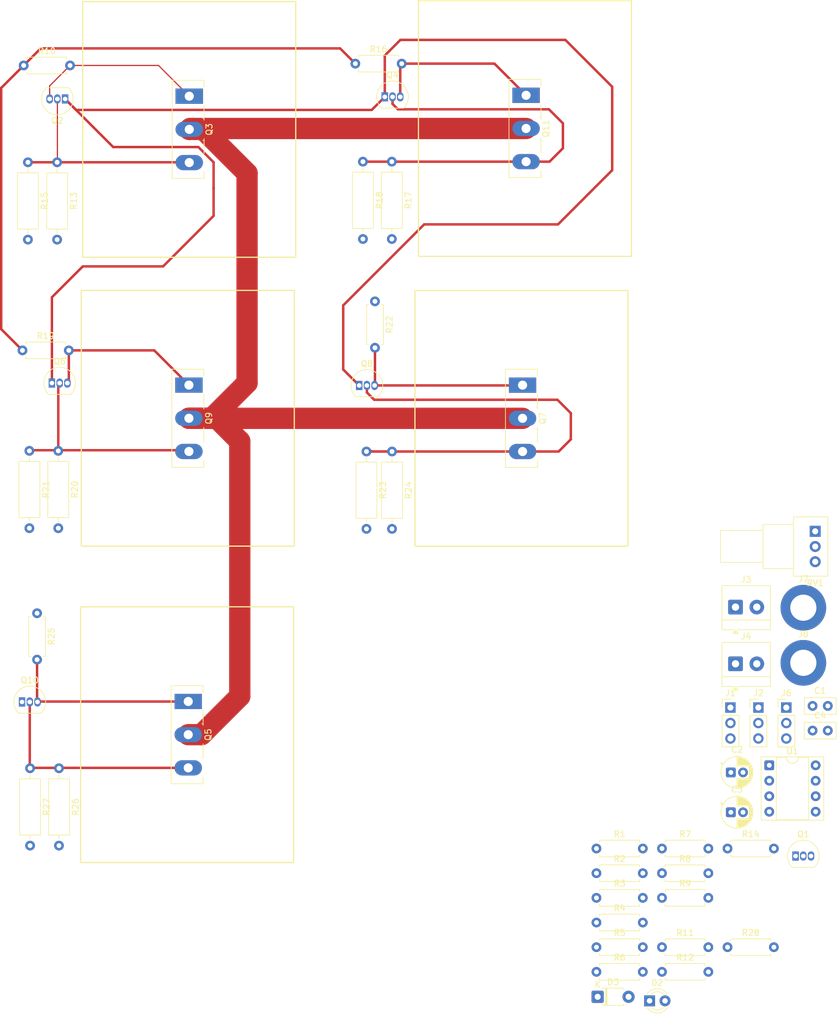
<source format=kicad_pcb>
(kicad_pcb (version 20241229) (generator "pcbnew") (generator_version "9.0")
  (layers (0 "F.Cu" signal) (2 "B.Cu" signal) (13 "F.Paste" user) (15 "B.Paste" user) (5 "F.SilkS" user "F.Silkscreen") (7 "B.SilkS" user "B.Silkscreen") (1 "F.Mask" user) (3 "B.Mask" user) (25 "Edge.Cuts" user))
  (net 0 "")
  (net 1 "/B")
  (net 2 "Net-(U1A--)")
  (net 3 "VCC")
  (net 4 "GND")
  (net 5 "Net-(D2-A)")
  (net 6 "Net-(D3-K)")
  (net 7 "Net-(J1-Pin_1)")
  (net 8 "Net-(J1-Pin_3)")
  (net 9 "Net-(J2-Pin_2)")
  (net 10 "Net-(J2-Pin_1)")
  (net 11 "Net-(J2-Pin_3)")
  (net 12 "SRC+")
  (net 13 "SRC-")
  (net 14 "Net-(Q5-B)")
  (net 15 "Net-(J6-Pin_3)")
  (net 16 "Net-(J6-Pin_2)")
  (net 17 "Net-(J6-Pin_1)")
  (net 18 "/E")
  (net 19 "Net-(Q1-Pad3)")
  (net 20 "Net-(Q3-E)")
  (net 21 "Net-(Q3-B)")
  (net 22 "Net-(Q11-B)")
  (net 23 "Net-(Q11-E)")
  (net 24 "Net-(Q9-E)")
  (net 25 "Net-(Q9-B)")
  (net 26 "Net-(Q7-E)")
  (net 27 "Net-(Q7-B)")
  (net 28 "Net-(R4-Pad2)")
  (net 29 "Net-(R5-Pad2)")
  (net 30 "Net-(R28-Pad1)")
  (net 34 "Net-(Q5-E)")
  (footprint "Resistor_THT:R_Axial_DIN0309_L9.0mm_D3.2mm_P12.70mm_Horizontal" (layer "F.Cu") (at 77.31825 90.7 -90)
    (property "Reference" "R23" (at 6.35 -2.72 90) (layer "F.SilkS"))
    (property "Value" "0.5")
    (pad "1" thru_hole circle (at 0 0 270) (size 1.6 1.6) (drill 0.8) (layers "*.Cu" "*.Mask") (net 26 "Net-(Q7-E)"))
    (pad "2" thru_hole circle (at 12.7 0 270) (size 1.6 1.6) (drill 0.8) (layers "*.Cu" "*.Mask") (net 18 "/E"))
  )
  (footprint "Resistor_THT:R_Axial_DIN0207_L6.3mm_D2.5mm_P7.62mm_Horizontal" (layer "F.Cu") (at 125.880225 155.9)
    (property "Reference" "R7" (at 3.81 -2.37 0) (layer "F.SilkS"))
    (property "Value" "220")
    (pad "1" thru_hole circle (at 0 0) (size 1.6 1.6) (drill 0.8) (layers "*.Cu" "*.Mask") (net 29 "Net-(R5-Pad2)"))
    (pad "2" thru_hole circle (at 7.62 0) (size 1.6 1.6) (drill 0.8) (layers "*.Cu" "*.Mask") (net 10 "Net-(J2-Pin_1)"))
  )
  (footprint "TerminalBlock_4Ucon:TerminalBlock_4Ucon_1x02_P3.50mm_Horizontal" (layer "F.Cu") (at 137.960225 125.565)
    (property "Reference" "J4" (at 1.75 -4.52 0) (layer "F.SilkS"))
    (property "Value" "Screw_Terminal_01x02")
    (pad "1" thru_hole roundrect (at 0 0) (size 2.4 2.4) (drill 1.2) (layers "*.Cu" "*.Mask") (roundrect_rratio 0.104167) (net 12 "SRC+"))
    (pad "2" thru_hole circle (at 3.5 0) (size 2.4 2.4) (drill 1.2) (layers "*.Cu" "*.Mask") (net 13 "SRC-"))
  )
  (footprint "Resistor_THT:R_Axial_DIN0309_L9.0mm_D3.2mm_P12.70mm_Horizontal" (layer "F.Cu") (at 21.688043 43.2 -90)
    (property "Reference" "R15" (at 6.35 -2.72 90) (layer "F.SilkS"))
    (property "Value" "0.5")
    (pad "1" thru_hole circle (at 0 0 270) (size 1.6 1.6) (drill 0.8) (layers "*.Cu" "*.Mask") (net 20 "Net-(Q3-E)"))
    (pad "2" thru_hole circle (at 12.7 0 270) (size 1.6 1.6) (drill 0.8) (layers "*.Cu" "*.Mask") (net 18 "/E"))
  )
  (footprint "Resistor_THT:R_Axial_DIN0207_L6.3mm_D2.5mm_P7.62mm_Horizontal" (layer "F.Cu") (at 125.880225 159.95)
    (property "Reference" "R8" (at 3.81 -2.37 0) (layer "F.SilkS"))
    (property "Value" "2.2k")
    (pad "1" thru_hole circle (at 0 0) (size 1.6 1.6) (drill 0.8) (layers "*.Cu" "*.Mask") (net 2 "Net-(U1A--)"))
    (pad "2" thru_hole circle (at 7.62 0) (size 1.6 1.6) (drill 0.8) (layers "*.Cu" "*.Mask") (net 18 "/E"))
  )
  (footprint "Package_TO_SOT_THT:TO-92_Inline" (layer "F.Cu") (at 76.11825 79.85)
    (property "Reference" "Q8" (at 1.27 -3.56 0) (layer "F.SilkS"))
    (property "Value" "2N2222A")
    (pad "1" thru_hole rect (at 0 0) (size 1.05 1.5) (drill 0.75) (layers "*.Cu" "*.Mask") (net 19 "Net-(Q1-Pad3)"))
    (pad "2" thru_hole oval (at 1.27 0) (size 1.05 1.5) (drill 0.75) (layers "*.Cu" "*.Mask") (net 26 "Net-(Q7-E)"))
    (pad "3" thru_hole oval (at 2.54 0) (size 1.05 1.5) (drill 0.75) (layers "*.Cu" "*.Mask") (net 27 "Net-(Q7-B)"))
  )
  (footprint "Capacitor_THT:C_Disc_D5.0mm_W2.5mm_P2.50mm" (layer "F.Cu") (at 150.630225 132.48)
    (property "Reference" "C1" (at 1.25 -2.5 0) (layer "F.SilkS"))
    (property "Value" "1n")
    (pad "1" thru_hole circle (at 0 0) (size 1.6 1.6) (drill 0.8) (layers "*.Cu" "*.Mask") (net 1 "/B"))
    (pad "2" thru_hole circle (at 2.5 0) (size 1.6 1.6) (drill 0.8) (layers "*.Cu" "*.Mask") (net 2 "Net-(U1A--)"))
  )
  (footprint "Resistor_THT:R_Axial_DIN0207_L6.3mm_D2.5mm_P7.62mm_Horizontal" (layer "F.Cu") (at 125.880225 176.15)
    (property "Reference" "R12" (at 3.81 -2.37 0) (layer "F.SilkS"))
    (property "Value" "4.7")
    (pad "1" thru_hole circle (at 0 0) (size 1.6 1.6) (drill 0.8) (layers "*.Cu" "*.Mask") (net 17 "Net-(J6-Pin_1)"))
    (pad "2" thru_hole circle (at 7.62 0) (size 1.6 1.6) (drill 0.8) (layers "*.Cu" "*.Mask") (net 4 "GND"))
  )
  (footprint "Resistor_THT:R_Axial_DIN0207_L6.3mm_D2.5mm_P7.62mm_Horizontal" (layer "F.Cu") (at 75.49 27)
    (property "Reference" "R16" (at 3.81 -2.37 0) (layer "F.SilkS"))
    (property "Value" "220")
    (pad "1" thru_hole circle (at 0 0) (size 1.6 1.6) (drill 0.8) (layers "*.Cu" "*.Mask") (net 1 "/B"))
    (pad "2" thru_hole circle (at 7.62 0) (size 1.6 1.6) (drill 0.8) (layers "*.Cu" "*.Mask") (net 22 "Net-(Q11-B)"))
  )
  (footprint "Resistor_THT:R_Axial_DIN0207_L6.3mm_D2.5mm_P7.62mm_Horizontal" (layer "F.Cu") (at 125.880225 172.1)
    (property "Reference" "R11" (at 3.81 -2.37 0) (layer "F.SilkS"))
    (property "Value" "33")
    (pad "1" thru_hole circle (at 0 0) (size 1.6 1.6) (drill 0.8) (layers "*.Cu" "*.Mask") (net 16 "Net-(J6-Pin_2)"))
    (pad "2" thru_hole circle (at 7.62 0) (size 1.6 1.6) (drill 0.8) (layers "*.Cu" "*.Mask") (net 4 "GND"))
  )
  (footprint "Resistor_THT:R_Axial_DIN0309_L9.0mm_D3.2mm_P12.70mm_Horizontal" (layer "F.Cu") (at 81.488612 43.099999 -90)
    (property "Reference" "R17" (at 6.35 -2.72 90) (layer "F.SilkS"))
    (property "Value" "0.5")
    (pad "1" thru_hole circle (at 0 0 270) (size 1.6 1.6) (drill 0.8) (layers "*.Cu" "*.Mask") (net 23 "Net-(Q11-E)"))
    (pad "2" thru_hole circle (at 12.7 0 270) (size 1.6 1.6) (drill 0.8) (layers "*.Cu" "*.Mask") (net 18 "/E"))
  )
  (footprint "MountingHole:MountingHole_4.3mm_M4_DIN965_Pad" (layer "F.Cu") (at 149.110225 116.35)
    (property "Reference" "J7" (at 0 -4.7 0) (layer "F.SilkS"))
    (property "Value" "LOAD+")
    (pad "1" thru_hole circle (at 0 0) (size 7.5 7.5) (drill 4.3) (layers "*.Cu" "*.Mask") (net 18 "/E"))
  )
  (footprint "Resistor_THT:R_Axial_DIN0309_L9.0mm_D3.2mm_P12.70mm_Horizontal" (layer "F.Cu") (at 22.041025 142.71722 -90)
    (property "Reference" "R27" (at 6.35 -2.72 90) (layer "F.SilkS"))
    (property "Value" "0.5")
    (pad "1" thru_hole circle (at 0 0 270) (size 1.6 1.6) (drill 0.8) (layers "*.Cu" "*.Mask") (net 34 "Net-(Q5-E)"))
    (pad "2" thru_hole circle (at 12.7 0 270) (size 1.6 1.6) (drill 0.8) (layers "*.Cu" "*.Mask") (net 18 "/E"))
  )
  (footprint "Resistor_THT:R_Axial_DIN0309_L9.0mm_D3.2mm_P12.70mm_Horizontal" (layer "F.Cu") (at 26.677329 90.589973 -90)
    (property "Reference" "R20" (at 6.35 -2.72 90) (layer "F.SilkS"))
    (property "Value" "0.5")
    (pad "1" thru_hole circle (at 0 0 270) (size 1.6 1.6) (drill 0.8) (layers "*.Cu" "*.Mask") (net 24 "Net-(Q9-E)"))
    (pad "2" thru_hole circle (at 12.7 0 270) (size 1.6 1.6) (drill 0.8) (layers "*.Cu" "*.Mask") (net 18 "/E"))
  )
  (footprint "Resistor_THT:R_Axial_DIN0207_L6.3mm_D2.5mm_P7.62mm_Horizontal" (layer "F.Cu") (at 136.650225 155.9)
    (property "Reference" "R14" (at 3.81 -2.37 0) (layer "F.SilkS"))
    (property "Value" "4.7")
    (pad "1" thru_hole circle (at 0 0) (size 1.6 1.6) (drill 0.8) (layers "*.Cu" "*.Mask") (net 17 "Net-(J6-Pin_1)"))
    (pad "2" thru_hole circle (at 7.62 0) (size 1.6 1.6) (drill 0.8) (layers "*.Cu" "*.Mask") (net 4 "GND"))
  )
  (footprint "LED_THT:LED_D3.0mm" (layer "F.Cu") (at 123.840225 180.91)
    (property "Reference" "D2" (at 1.27 -2.96 0) (layer "F.SilkS"))
    (property "Value" "LED")
    (pad "1" thru_hole rect (at 0 0) (size 1.8 1.8) (drill 0.9) (layers "*.Cu" "*.Mask") (net 4 "GND"))
    (pad "2" thru_hole circle (at 2.54 0) (size 1.8 1.8) (drill 0.9) (layers "*.Cu" "*.Mask") (net 5 "Net-(D2-A)"))
  )
  (footprint "Resistor_THT:R_Axial_DIN0207_L6.3mm_D2.5mm_P7.62mm_Horizontal" (layer "F.Cu") (at 115.110225 164)
    (property "Reference" "R3" (at 3.81 -2.37 0) (layer "F.SilkS"))
    (property "Value" "470")
    (pad "1" thru_hole circle (at 0 0) (size 1.6 1.6) (drill 0.8) (layers "*.Cu" "*.Mask") (net 3 "VCC"))
    (pad "2" thru_hole circle (at 7.62 0) (size 1.6 1.6) (drill 0.8) (layers "*.Cu" "*.Mask") (net 6 "Net-(D3-K)"))
  )
  (footprint "Connector_PinHeader_2.54mm:PinHeader_1x03_P2.54mm_Vertical" (layer "F.Cu") (at 146.310225 132.75)
    (property "Reference" "J6" (at 0 -2.38 0) (layer "F.SilkS"))
    (property "Value" "Conn_01x03_Pin")
    (pad "1" thru_hole rect (at 0 0) (size 1.7 1.7) (drill 1) (layers "*.Cu" "*.Mask") (net 17 "Net-(J6-Pin_1)"))
    (pad "2" thru_hole circle (at 0 2.54) (size 1.7 1.7) (drill 1) (layers "*.Cu" "*.Mask") (net 16 "Net-(J6-Pin_2)"))
    (pad "3" thru_hole circle (at 0 5.08) (size 1.7 1.7) (drill 1) (layers "*.Cu" "*.Mask") (net 15 "Net-(J6-Pin_3)"))
  )
  (footprint "Resistor_THT:R_Axial_DIN0309_L9.0mm_D3.2mm_P12.70mm_Horizontal" (layer "F.Cu") (at 81.51825 90.7 -90)
    (property "Reference" "R24" (at 6.35 -2.72 90) (layer "F.SilkS"))
    (property "Value" "0.5")
    (pad "1" thru_hole circle (at 0 0 270) (size 1.6 1.6) (drill 0.8) (layers "*.Cu" "*.Mask") (net 26 "Net-(Q7-E)"))
    (pad "2" thru_hole circle (at 12.7 0 270) (size 1.6 1.6) (drill 0.8) (layers "*.Cu" "*.Mask") (net 18 "/E"))
  )
  (footprint "Capacitor_THT:CP_Radial_D5.0mm_P2.00mm" (layer "F.Cu") (at 137.2 149.95)
    (property "Reference" "C3" (at 1 -3.75 0) (layer "F.SilkS"))
    (property "Value" "10u")
    (pad "1" thru_hole roundrect (at 0 0) (size 1.6 1.6) (drill 0.8) (layers "*.Cu" "*.Mask") (roundrect_rratio 0.15625) (net 3 "VCC"))
    (pad "2" thru_hole circle (at 2 0) (size 1.6 1.6) (drill 0.8) (layers "*.Cu" "*.Mask") (net 4 "GND"))
  )
  (footprint "Resistor_THT:R_Axial_DIN0309_L9.0mm_D3.2mm_P12.70mm_Horizontal" (layer "F.Cu") (at 76.738612 43.099999 -90)
    (property "Reference" "R18" (at 6.35 -2.72 90) (layer "F.SilkS"))
    (property "Value" "0.5")
    (pad "1" thru_hole circle (at 0 0 270) (size 1.6 1.6) (drill 0.8) (layers "*.Cu" "*.Mask") (net 23 "Net-(Q11-E)"))
    (pad "2" thru_hole circle (at 12.7 0 270) (size 1.6 1.6) (drill 0.8) (layers "*.Cu" "*.Mask") (net 18 "/E"))
  )
  (footprint "Package_TO_SOT_THT:TO-92_Inline" (layer "F.Cu") (at 27.8 32.8 180)
    (property "Reference" "Q2" (at 1.27 -3.56 0) (layer "F.SilkS"))
    (property "Value" "2N2222A")
    (pad "1" thru_hole rect (at 0 0 180) (size 1.05 1.5) (drill 0.75) (layers "*.Cu" "*.Mask") (net 19 "Net-(Q1-Pad3)"))
    (pad "2" thru_hole oval (at 1.27 0 180) (size 1.05 1.5) (drill 0.75) (layers "*.Cu" "*.Mask") (net 20 "Net-(Q3-E)"))
    (pad "3" thru_hole oval (at 2.54 0 180) (size 1.05 1.5) (drill 0.75) (layers "*.Cu" "*.Mask") (net 21 "Net-(Q3-B)"))
  )
  (footprint "Resistor_THT:R_Axial_DIN0309_L9.0mm_D3.2mm_P12.70mm_Horizontal" (layer "F.Cu") (at 26.791025 142.71722 -90)
    (property "Reference" "R26" (at 6.35 -2.72 90) (layer "F.SilkS"))
    (property "Value" "0.5")
    (pad "1" thru_hole circle (at 0 0 270) (size 1.6 1.6) (drill 0.8) (layers "*.Cu" "*.Mask") (net 34 "Net-(Q5-E)"))
    (pad "2" thru_hole circle (at 12.7 0 270) (size 1.6 1.6) (drill 0.8) (layers "*.Cu" "*.Mask") (net 18 "/E"))
  )
  (footprint "Package_TO_SOT_THT:TO-247-3_Vertical" (layer "F.Cu") (at 103.549517 32.199999 -90)
    (property "Reference" "Q11" (at 5.45 -3.28 90) (layer "F.SilkS"))
    (property "Value" "TIP142")
    (pad "1" thru_hole rect (at 0 0 270) (size 2.5 4.5) (drill 1.5) (layers "*.Cu" "*.Mask") (net 22 "Net-(Q11-B)"))
    (pad "2" thru_hole oval (at 5.45 0 270) (size 2.5 4.5) (drill 1.5) (layers "*.Cu" "*.Mask") (net 12 "SRC+"))
    (pad "3" thru_hole oval (at 10.9 0 270) (size 2.5 4.5) (drill 1.5) (layers "*.Cu" "*.Mask") (net 23 "Net-(Q11-E)"))
  )
  (footprint "Package_TO_SOT_THT:TO-247-3_Vertical" (layer "F.Cu") (at 48.032017 131.75 -90)
    (property "Reference" "Q5" (at 5.45 -3.28 90) (layer "F.SilkS"))
    (property "Value" "TIP142")
    (pad "1" thru_hole rect (at 0 0 270) (size 2.5 4.5) (drill 1.5) (layers "*.Cu" "*.Mask") (net 14 "Net-(Q5-B)"))
    (pad "2" thru_hole oval (at 5.45 0 270) (size 2.5 4.5) (drill 1.5) (layers "*.Cu" "*.Mask") (net 12 "SRC+"))
    (pad "3" thru_hole oval (at 10.9 0 270) (size 2.5 4.5) (drill 1.5) (layers "*.Cu" "*.Mask") (net 34 "Net-(Q5-E)"))
  )
  (footprint "Resistor_THT:R_Axial_DIN0207_L6.3mm_D2.5mm_P7.62mm_Horizontal" (layer "F.Cu") (at 78.71825 66.04 -90)
    (property "Reference" "R22" (at 3.81 -2.37 90) (layer "F.SilkS"))
    (property "Value" "220")
    (pad "1" thru_hole circle (at 0 0 270) (size 1.6 1.6) (drill 0.8) (layers "*.Cu" "*.Mask") (net 1 "/B"))
    (pad "2" thru_hole circle (at 7.62 0 270) (size 1.6 1.6) (drill 0.8) (layers "*.Cu" "*.Mask") (net 27 "Net-(Q7-B)"))
  )
  (footprint "Resistor_THT:R_Axial_DIN0309_L9.0mm_D3.2mm_P12.70mm_Horizontal" (layer "F.Cu") (at 26.488043 43.2 -90)
    (property "Reference" "R13" (at 6.35 -2.72 90) (layer "F.SilkS"))
    (property "Value" "0.5")
    (pad "1" thru_hole circle (at 0 0 270) (size 1.6 1.6) (drill 0.8) (layers "*.Cu" "*.Mask") (net 20 "Net-(Q3-E)"))
    (pad "2" thru_hole circle (at 12.7 0 270) (size 1.6 1.6) (drill 0.8) (layers "*.Cu" "*.Mask") (net 18 "/E"))
  )
  (footprint "Resistor_THT:R_Axial_DIN0207_L6.3mm_D2.5mm_P7.62mm_Horizontal" (layer "F.Cu") (at 115.110225 168.05)
    (property "Reference" "R4" (at 3.81 -2.37 0) (layer "F.SilkS"))
    (property "Value" "3.3k")
    (pad "1" thru_hole circle (at 0 0) (size 1.6 1.6) (drill 0.8) (layers "*.Cu" "*.Mask") (net 7 "Net-(J1-Pin_1)"))
    (pad "2" thru_hole circle (at 7.62 0) (size 1.6 1.6) (drill 0.8) (layers "*.Cu" "*.Mask") (net 28 "Net-(R4-Pad2)"))
  )
  (footprint "Package_DIP:DIP-8_W7.62mm_Socket" (layer "F.Cu") (at 143.510225 142.23)
    (property "Reference" "U1" (at 3.81 -2.33 0) (layer "F.SilkS"))
    (property "Value" "LM358")
    (pad "1" thru_hole roundrect (at 0 0) (size 1.6 1.6) (drill 0.8) (layers "*.Cu" "*.Mask") (roundrect_rratio 0.15625) (net 1 "/B"))
    (pad "2" thru_hole circle (at 0 2.54) (size 1.6 1.6) (drill 0.8) (layers "*.Cu" "*.Mask") (net 2 "Net-(U1A--)"))
    (pad "3" thru_hole circle (at 0 5.08) (size 1.6 1.6) (drill 0.8) (layers "*.Cu" "*.Mask") (net 9 "Net-(J2-Pin_2)"))
    (pad "4" thru_hole circle (at 0 7.62) (size 1.6 1.6) (drill 0.8) (layers "*.Cu" "*.Mask") (net 4 "GND"))
    (pad "5" thru_hole circle (at 7.62 7.62) (size 1.6 1.6) (drill 0.8) (layers "*.Cu" "*.Mask"))
    (pad "6" thru_hole circle (at 7.62 5.08) (size 1.6 1.6) (drill 0.8) (layers "*.Cu" "*.Mask"))
    (pad "7" thru_hole circle (at 7.62 2.54) (size 1.6 1.6) (drill 0.8) (layers "*.Cu" "*.Mask"))
    (pad "8" thru_hole circle (at 7.62 0) (size 1.6 1.6) (drill 0.8) (layers "*.Cu" "*.Mask") (net 3 "VCC"))
  )
  (footprint "Package_TO_SOT_THT:TO-247-3_Vertical" (layer "F.Cu") (at 48.145713 79.79 -90)
    (property "Reference" "Q9" (at 5.45 -3.28 90) (layer "F.SilkS"))
    (property "Value" "TIP142")
    (pad "1" thru_hole rect (at 0 0 270) (size 2.5 4.5) (drill 1.5) (layers "*.Cu" "*.Mask") (net 25 "Net-(Q9-B)"))
    (pad "2" thru_hole oval (at 5.45 0 270) (size 2.5 4.5) (drill 1.5) (layers "*.Cu" "*.Mask") (net 12 "SRC+"))
    (pad "3" thru_hole oval (at 10.9 0 270) (size 2.5 4.5) (drill 1.5) (layers "*.Cu" "*.Mask") (net 24 "Net-(Q9-E)"))
  )
  (footprint "Resistor_THT:R_Axial_DIN0207_L6.3mm_D2.5mm_P7.62mm_Horizontal" (layer "F.Cu") (at 23.191025 117.25722 -90)
    (property "Reference" "R25" (at 3.81 -2.37 90) (layer "F.SilkS"))
    (property "Value" "220")
    (pad "1" thru_hole circle (at 0 0 270) (size 1.6 1.6) (drill 0.8) (layers "*.Cu" "*.Mask") (net 1 "/B"))
    (pad "2" thru_hole circle (at 7.62 0 270) (size 1.6 1.6) (drill 0.8) (layers "*.Cu" "*.Mask") (net 14 "Net-(Q5-B)"))
  )
  (footprint "Resistor_THT:R_Axial_DIN0207_L6.3mm_D2.5mm_P7.62mm_Horizontal" (layer "F.Cu") (at 115.110225 172.1)
    (property "Reference" "R5" (at 3.81 -2.37 0) (layer "F.SilkS"))
    (property "Value" "3.3k")
    (pad "1" thru_hole circle (at 0 0) (size 1.6 1.6) (drill 0.8) (layers "*.Cu" "*.Mask") (net 28 "Net-(R4-Pad2)"))
    (pad "2" thru_hole circle (at 7.62 0) (size 1.6 1.6) (drill 0.8) (layers "*.Cu" "*.Mask") (net 29 "Net-(R5-Pad2)"))
  )
  (footprint "Diode_THT:D_T-1_P5.08mm_Horizontal" (layer "F.Cu") (at 115.310225 180.25)
    (property "Reference" "D3" (at 2.54 -2.42 0) (layer "F.SilkS"))
    (property "Value" "BZX85C3V3")
    (fp_text user "K" (at 0 -2 0) (layer "F.SilkS"))
    (pad "1" thru_hole roundrect (at 0 0) (size 2 2) (drill 1) (layers "*.Cu" "*.Mask") (roundrect_rratio 0.125) (net 6 "Net-(D3-K)"))
    (pad "2" thru_hole circle (at 5.08 0) (size 2 2) (drill 1) (layers "*.Cu" "*.Mask") (net 4 "GND"))
  )
  (footprint "Package_TO_SOT_THT:TO-247-3_Vertical" (layer "F.Cu") (at 48.2 32.35 -90)
    (property "Reference" "Q3" (at 5.45 -3.28 270) (layer "F.SilkS"))
    (property "Value" "TIP142")
    (pad "1" thru_hole rect (at 0 0 270) (size 2.5 4.5) (drill 1.5) (layers "*.Cu" "*.Mask") (net 21 "Net-(Q3-B)"))
    (pad "2" thru_hole oval (at 5.45 0 270) (size 2.5 4.5) (drill 1.5) (layers "*.Cu" "*.Mask") (net 12 "SRC+"))
    (pad "3" thru_hole oval (at 10.9 0 270) (size 2.5 4.5) (drill 1.5) (layers "*.Cu" "*.Mask") (net 20 "Net-(Q3-E)"))
  )
  (footprint "TerminalBlock_4Ucon:TerminalBlock_4Ucon_1x02_P3.50mm_Horizontal" (layer "F.Cu") (at 137.960225 116.25)
    (property "Reference" "J3" (at 1.75 -4.52 0) (layer "F.SilkS"))
    (property "Value" "Screw_Terminal_01x02")
    (pad "1" thru_hole roundrect (at 0 0) (size 2.4 2.4) (drill 1.2) (layers "*.Cu" "*.Mask") (roundrect_rratio 0.104167) (net 3 "VCC"))
    (pad "2" thru_hole circle (at 3.5 0) (size 2.4 2.4) (drill 1.2) (layers "*.Cu" "*.Mask") (net 4 "GND"))
  )
  (footprint "Capacitor_THT:C_Disc_D5.0mm_W2.5mm_P2.50mm" (layer "F.Cu") (at 150.630225 136.53)
    (property "Reference" "C4" (at 1.25 -2.5 0) (layer "F.SilkS"))
    (property "Value" "100n")
    (pad "1" thru_hole circle (at 0 0) (size 1.6 1.6) (drill 0.8) (layers "*.Cu" "*.Mask") (net 3 "VCC"))
    (pad "2" thru_hole circle (at 2.5 0) (size 1.6 1.6) (drill 0.8) (layers "*.Cu" "*.Mask") (net 4 "GND"))
  )
  (footprint "Resistor_THT:R_Axial_DIN0207_L6.3mm_D2.5mm_P7.62mm_Horizontal" (layer "F.Cu") (at 115.110225 176.15)
    (property "Reference" "R6" (at 3.81 -2.37 0) (layer "F.SilkS"))
    (property "Value" "39k")
    (pad "1" thru_hole circle (at 0 0) (size 1.6 1.6) (drill 0.8) (layers "*.Cu" "*.Mask") (net 8 "Net-(J1-Pin_3)"))
    (pad "2" thru_hole circle (at 7.62 0) (size 1.6 1.6) (drill 0.8) (layers "*.Cu" "*.Mask") (net 11 "Net-(J2-Pin_3)"))
  )
  (footprint "Connector_PinHeader_2.54mm:PinHeader_1x03_P2.54mm_Vertical" (layer "F.Cu") (at 137.130225 132.75)
    (property "Reference" "J1" (at 0 -2.38 0) (layer "F.SilkS"))
    (property "Value" "Conn_01x03_Pin")
    (pad "1" thru_hole rect (at 0 0) (size 1.7 1.7) (drill 1) (layers "*.Cu" "*.Mask") (net 7 "Net-(J1-Pin_1)"))
    (pad "2" thru_hole circle (at 0 2.54) (size 1.7 1.7) (drill 1) (layers "*.Cu" "*.Mask") (net 6 "Net-(D3-K)"))
    (pad "3" thru_hole circle (at 0 5.08) (size 1.7 1.7) (drill 1) (layers "*.Cu" "*.Mask") (net 8 "Net-(J1-Pin_3)"))
  )
  (footprint "Resistor_THT:R_Axial_DIN0309_L9.0mm_D3.2mm_P12.70mm_Horizontal" (layer "F.Cu") (at 21.927329 90.589973 -90)
    (property "Reference" "R21" (at 6.35 -2.72 90) (layer "F.SilkS"))
    (property "Value" "0.5")
    (pad "1" thru_hole circle (at 0 0 270) (size 1.6 1.6) (drill 0.8) (layers "*.Cu" "*.Mask") (net 24 "Net-(Q9-E)"))
    (pad "2" thru_hole circle (at 12.7 0 270) (size 1.6 1.6) (drill 0.8) (layers "*.Cu" "*.Mask") (net 18 "/E"))
  )
  (footprint "Connector_PinHeader_2.54mm:PinHeader_1x03_P2.54mm_Vertical" (layer "F.Cu") (at 141.720225 132.75)
    (property "Reference" "J2" (at 0 -2.38 0) (layer "F.SilkS"))
    (property "Value" "Conn_01x03_Pin")
    (pad "1" thru_hole rect (at 0 0) (size 1.7 1.7) (drill 1) (layers "*.Cu" "*.Mask") (net 10 "Net-(J2-Pin_1)"))
    (pad "2" thru_hole circle (at 0 2.54) (size 1.7 1.7) (drill 1) (layers "*.Cu" "*.Mask") (net 9 "Net-(J2-Pin_2)"))
    (pad "3" thru_hole circle (at 0 5.08) (size 1.7 1.7) (drill 1) (layers "*.Cu" "*.Mask") (net 11 "Net-(J2-Pin_3)"))
  )
  (footprint "Resistor_THT:R_Axial_DIN0207_L6.3mm_D2.5mm_P7.62mm_Horizontal" (layer "F.Cu") (at 115.110225 159.95)
    (property "Reference" "R2" (at 3.81 -2.37 0) (layer "F.SilkS"))
    (property "Value" "470")
    (pad "1" thru_hole circle (at 0 0) (size 1.6 1.6) (drill 0.8) (layers "*.Cu" "*.Mask") (net 3 "VCC"))
    (pad "2" thru_hole circle (at 7.62 0) (size 1.6 1.6) (drill 0.8) (layers "*.Cu" "*.Mask") (net 6 "Net-(D3-K)"))
  )
  (footprint "Package_TO_SOT_THT:TO-92_Inline" (layer "F.Cu") (at 80.33 32.46)
    (property "Reference" "Q4" (at 1.27 -3.56 0) (layer "F.SilkS"))
    (property "Value" "2N2222A")
    (pad "1" thru_hole rect (at 0 0) (size 1.05 1.5) (drill 0.75) (layers "*.Cu" "*.Mask") (net 19 "Net-(Q1-Pad3)"))
    (pad "2" thru_hole oval (at 1.27 0) (size 1.05 1.5) (drill 0.75) (layers "*.Cu" "*.Mask") (net 23 "Net-(Q11-E)"))
    (pad "3" thru_hole oval (at 2.54 0) (size 1.05 1.5) (drill 0.75) (layers "*.Cu" "*.Mask") (net 22 "Net-(Q11-B)"))
  )
  (footprint "Package_TO_SOT_THT:TO-92_Inline" (layer "F.Cu") (at 20.721025 131.82722)
    (property "Reference" "Q10" (at 1.27 -3.56 0) (layer "F.SilkS"))
    (property "Value" "2N2222A")
    (pad "1" thru_hole rect (at 0 0) (size 1.05 1.5) (drill 0.75) (layers "*.Cu" "*.Mask") (net 19 "Net-(Q1-Pad3)"))
    (pad "2" thru_hole oval (at 1.27 0) (size 1.05 1.5) (drill 0.75) (layers "*.Cu" "*.Mask") (net 34 "Net-(Q5-E)"))
    (pad "3" thru_hole oval (at 2.54 0) (size 1.05 1.5) (drill 0.75) (layers "*.Cu" "*.Mask") (net 14 "Net-(Q5-B)"))
  )
  (footprint "Resistor_THT:R_Axial_DIN0207_L6.3mm_D2.5mm_P7.62mm_Horizontal" (layer "F.Cu") (at 136.650225 172.1)
    (property "Reference" "R28" (at 3.81 -2.37 0) (layer "F.SilkS"))
    (property "Value" "360")
    (pad "1" thru_hole circle (at 0 0) (size 1.6 1.6) (drill 0.8) (layers "*.Cu" "*.Mask") (net 30 "Net-(R28-Pad1)"))
    (pad "2" thru_hole circle (at 7.62 0) (size 1.6 1.6) (drill 0.8) (layers "*.Cu" "*.Mask") (net 4 "GND"))
  )
  (footprint "Resistor_THT:R_Axial_DIN0207_L6.3mm_D2.5mm_P7.62mm_Horizontal" (layer "F.Cu") (at 125.880225 164)
    (property "Reference" "R9" (at 3.81 -2.37 0) (layer "F.SilkS"))
    (property "Value" "470")
    (pad "1" thru_hole circle (at 0 0) (size 1.6 1.6) (drill 0.8) (layers "*.Cu" "*.Mask") (net 3 "VCC"))
    (pad "2" thru_hole circle (at 7.62 0) (size 1.6 1.6) (drill 0.8) (layers "*.Cu" "*.Mask") (net 5 "Net-(D2-A)"))
  )
  (footprint "Resistor_THT:R_Axial_DIN0207_L6.3mm_D2.5mm_P7.62mm_Horizontal" (layer "F.Cu") (at 20.79 74.09)
    (property "Reference" "R19" (at 3.81 -2.37 0) (layer "F.SilkS"))
    (property "Value" "220")
    (pad "1" thru_hole circle (at 0 0) (size 1.6 1.6) (drill 0.8) (layers "*.Cu" "*.Mask") (net 1 "/B"))
    (pad "2" thru_hole circle (at 7.62 0) (size 1.6 1.6) (drill 0.8) (layers "*.Cu" "*.Mask") (net 25 "Net-(Q9-B)"))
  )
  (footprint "Resistor_THT:R_Axial_DIN0207_L6.3mm_D2.5mm_P7.62mm_Horizontal" (layer "F.Cu") (at 115.110225 155.9)
    (property "Reference" "R1" (at 3.81 -2.37 0) (layer "F.SilkS"))
    (property "Value" "470")
    (pad "1" thru_hole circle (at 0 0) (size 1.6 1.6) (drill 0.8) (layers "*.Cu" "*.Mask") (net 3 "VCC"))
    (pad "2" thru_hole circle (at 7.62 0) (size 1.6 1.6) (drill 0.8) (layers "*.Cu" "*.Mask") (net 6 "Net-(D3-K)"))
  )
  (footprint "Resistor_THT:R_Axial_DIN0207_L6.3mm_D2.5mm_P7.62mm_Horizontal" (layer "F.Cu") (at 20.99 27.3)
    (property "Reference" "R10" (at 3.81 -2.37 0) (layer "F.SilkS"))
    (property "Value" "220")
    (pad "1" thru_hole circle (at 0 0) (size 1.6 1.6) (drill 0.8) (layers "*.Cu" "*.Mask") (net 1 "/B"))
    (pad "2" thru_hole circle (at 7.62 0) (size 1.6 1.6) (drill 0.8) (layers "*.Cu" "*.Mask") (net 21 "Net-(Q3-B)"))
  )
  (footprint "Package_TO_SOT_THT:TO-247-3_Vertical" (layer "F.Cu") (at 102.969878 79.8 -90)
    (property "Reference" "Q7" (at 5.45 -3.28 90) (layer "F.SilkS"))
    (property "Value" "TIP142")
    (pad "1" thru_hole rect (at 0 0 270) (size 2.5 4.5) (drill 1.5) (layers "*.Cu" "*.Mask") (net 27 "Net-(Q7-B)"))
    (pad "2" thru_hole oval (at 5.45 0 270) (size 2.5 4.5) (drill 1.5) (layers "*.Cu" "*.Mask") (net 12 "SRC+"))
    (pad "3" thru_hole oval (at 10.9 0 270) (size 2.5 4.5) (drill 1.5) (layers "*.Cu" "*.Mask") (net 26 "Net-(Q7-E)"))
  )
  (footprint "Capacitor_THT:CP_Radial_D5.0mm_P2.00mm" (layer "F.Cu") (at 137.2 143.4)
    (property "Reference" "C2" (at 1 -3.75 0) (layer "F.SilkS"))
    (property "Value" "100u")
    (pad "1" thru_hole roundrect (at 0 0) (size 1.6 1.6) (drill 0.8) (layers "*.Cu" "*.Mask") (roundrect_rratio 0.15625) (net 3 "VCC"))
    (pad "2" thru_hole circle (at 2 0) (size 1.6 1.6) (drill 0.8) (layers "*.Cu" "*.Mask") (net 4 "GND"))
  )
  (footprint "Potentiometer_THT:Potentiometer_Alps_RK09Y11_Single_Horizontal" (layer "F.Cu") (at 151.060225 103.8)
    (property "Reference" "RV1" (at 0 8.5 180) (layer "F.SilkS"))
    (property "Value" "10k")
    (pad "1" thru_hole rect (at 0 0 180) (size 1.8 1.8) (drill 1) (layers "*.Cu" "*.Mask") (net 9 "Net-(J2-Pin_2)"))
    (pad "2" thru_hole circle (at 0 2.5 180) (size 1.8 1.8) (drill 1) (layers "*.Cu" "*.Mask") (net 9 "Net-(J2-Pin_2)"))
    (pad "3" thru_hole circle (at 0 5 180) (size 1.8 1.8) (drill 1) (layers "*.Cu" "*.Mask") (net 30 "Net-(R28-Pad1)"))
  )
  (footprint "Package_TO_SOT_THT:TO-92_Inline" (layer "F.Cu") (at 147.830225 157.13)
    (property "Reference" "Q1" (at 1.27 -3.56 0) (layer "F.SilkS"))
    (property "Value" "2N2222A")
    (pad "1" thru_hole rect (at 0 0) (size 1.05 1.5) (drill 0.75) (layers "*.Cu" "*.Mask") (net 15 "Net-(J6-Pin_3)"))
    (pad "2" thru_hole oval (at 1.27 0) (size 1.05 1.5) (drill 0.75) (layers "*.Cu" "*.Mask") (net 5 "Net-(D2-A)"))
    (pad "3" thru_hole oval (at 2.54 0) (size 1.05 1.5) (drill 0.75) (layers "*.Cu" "*.Mask") (net 19 "Net-(Q1-Pad3)"))
  )
  (footprint "Package_TO_SOT_THT:TO-92_Inline" (layer "F.Cu") (at 25.63 79.46)
    (property "Reference" "Q6" (at 1.27 -3.56 0) (layer "F.SilkS"))
    (property "Value" "2N2222A")
    (pad "1" thru_hole rect (at 0 0) (size 1.05 1.5) (drill 0.75) (layers "*.Cu" "*.Mask") (net 19 "Net-(Q1-Pad3)"))
    (pad "2" thru_hole oval (at 1.27 0) (size 1.05 1.5) (drill 0.75) (layers "*.Cu" "*.Mask") (net 24 "Net-(Q9-E)"))
    (pad "3" thru_hole oval (at 2.54 0) (size 1.05 1.5) (drill 0.75) (layers "*.Cu" "*.Mask") (net 25 "Net-(Q9-B)"))
  )
  (footprint "MountingHole:MountingHole_4.3mm_M4_DIN965_Pad" (layer "F.Cu") (at 149.110225 125.4)
    (property "Reference" "J8" (at 0 -4.7 0) (layer "F.SilkS"))
    (property "Value" "LOAD-")
    (pad "1" thru_hole circle (at 0 0) (size 7.5 7.5) (drill 4.3) (layers "*.Cu" "*.Mask") (net 13 "SRC-"))
  )
  (gr_rect (start 30.347017 116.2) (end 65.347017 158.2) (stroke (width 0.2)) (fill no) (layer "F.SilkS"))
  (gr_rect (start 30.460713 64.24) (end 65.460713 106.24) (stroke (width 0.2)) (fill no) (layer "F.SilkS"))
  (gr_rect (start 85.284878 64.25) (end 120.284878 106.25) (stroke (width 0.2)) (fill no) (layer "F.SilkS"))
  (gr_rect (start 85.864517 16.649999) (end 120.864517 58.649999) (stroke (width 0.2)) (fill no) (layer "F.SilkS"))
  (gr_rect (start 30.7 16.8) (end 65.7 58.8) (stroke (width 0.2)) (fill no) (layer "F.SilkS"))
  (segment (start 17.3 30.99) (end 17.3 70.6) (width 0.4) (layer "F.Cu") (net 1))
  (segment (start 23.79 24.5) (end 20.99 27.3) (width 0.4) (layer "F.Cu") (net 1))
  (segment (start 72.99 24.5) (end 23.79 24.5) (width 0.4) (layer "F.Cu") (net 1))
  (segment (start 75.49 27) (end 72.99 24.5) (width 0.4) (layer "F.Cu") (net 1))
  (segment (start 20.99 27.3) (end 17.3 30.99) (width 0.4) (layer "F.Cu") (net 1))
  (segment (start 17.3 70.6) (end 20.79 74.09) (width 0.4) (layer "F.Cu") (net 1))
  (segment (start 56.5 130.9) (end 50.2 137.2) (width 3.5) (layer "F.Cu") (net 12))
  (segment (start 48.2 37.8) (end 48.350001 37.649999) (width 3.5) (layer "F.Cu") (net 12))
  (segment (start 52.74 85.24) (end 56.5 89) (width 3.5) (layer "F.Cu") (net 12))
  (segment (start 56.5 89) (end 56.5 130.9) (width 3.5) (layer "F.Cu") (net 12))
  (segment (start 48.155713 85.25) (end 48.145713 85.24) (width 3.5) (layer "F.Cu") (net 12))
  (segment (start 51.895713 85.24) (end 57.7 79.435713) (width 3.5) (layer "F.Cu") (net 12))
  (segment (start 48.145713 85.24) (end 52.74 85.24) (width 3.5) (layer "F.Cu") (net 12))
  (segment (start 57.7 45) (end 50.5 37.8) (width 3.5) (layer "F.Cu") (net 12))
  (segment (start 50.2 137.2) (end 48.032017 137.2) (width 3.5) (layer "F.Cu") (net 12))
  (segment (start 50.5 37.8) (end 48.2 37.8) (width 3.5) (layer "F.Cu") (net 12))
  (segment (start 103.549517 37.649999) (end 48.350001 37.649999) (width 3.5) (layer "F.Cu") (net 12))
  (segment (start 57.7 79.435713) (end 57.7 45) (width 3.5) (layer "F.Cu") (net 12))
  (segment (start 102.969878 85.25) (end 48.155713 85.25) (width 3.5) (layer "F.Cu") (net 12))
  (segment (start 48.145713 85.24) (end 51.895713 85.24) (width 3.5) (layer "F.Cu") (net 12))
  (segment (start 48.022017 131.76) (end 48.032017 131.75) (width 0.4) (layer "F.Cu") (net 14))
  (segment (start 23.261025 131.82722) (end 23.328245 131.76) (width 0.4) (layer "F.Cu") (net 14))
  (segment (start 23.191025 124.87722) (end 23.191025 131.75722) (width 0.4) (layer "F.Cu") (net 14))
  (segment (start 23.328245 131.76) (end 48.022017 131.76) (width 0.4) (layer "F.Cu") (net 14))
  (segment (start 23.191025 131.75722) (end 23.261025 131.82722) (width 0.4) (layer "F.Cu") (net 14))
  (segment (start 52.2 43.2) (end 49.7 40.7) (width 0.4) (layer "F.Cu") (net 19))
  (segment (start 78.19 34.6) (end 29.6 34.6) (width 0.4) (layer "F.Cu") (net 19))
  (segment (start 52.2 47.4) (end 52.2 43.2) (width 0.4) (layer "F.Cu") (net 19))
  (segment (start 73.5 66.7) (end 86.8 53.4) (width 0.4) (layer "F.Cu") (net 19))
  (segment (start 25.63 79.46) (end 25.63 65.37) (width 0.4) (layer "F.Cu") (net 19))
  (segment (start 52.2 52) (end 52.2 47.4) (width 0.4) (layer "F.Cu") (net 19))
  (segment (start 82.9 23.1) (end 80.3 25.7) (width 0.4) (layer "F.Cu") (net 19))
  (segment (start 43.9 60.3) (end 52.2 52) (width 0.4) (layer "F.Cu") (net 19))
  (segment (start 80.33 32.46) (end 78.19 34.6) (width 0.4) (layer "F.Cu") (net 19))
  (segment (start 30.7 60.3) (end 43.9 60.3) (width 0.4) (layer "F.Cu") (net 19))
  (segment (start 80.3 25.7) (end 80.33 25.73) (width 0.4) (layer "F.Cu") (net 19))
  (segment (start 73.5 77.23175) (end 73.5 66.7) (width 0.4) (layer "F.Cu") (net 19))
  (segment (start 49.7 40.7) (end 35.7 40.7) (width 0.4) (layer "F.Cu") (net 19))
  (segment (start 108.8 53.4) (end 117.7 44.5) (width 0.4) (layer "F.Cu") (net 19))
  (segment (start 80.33 25.73) (end 80.33 32.46) (width 0.4) (layer "F.Cu") (net 19))
  (segment (start 117.7 30.8) (end 110 23.1) (width 0.4) (layer "F.Cu") (net 19))
  (segment (start 117.7 44.5) (end 117.7 30.8) (width 0.4) (layer "F.Cu") (net 19))
  (segment (start 76.11825 79.85) (end 73.5 77.23175) (width 0.4) (layer "F.Cu") (net 19))
  (segment (start 52.2 47.6) (end 52.2 47.4) (width 0.4) (layer "F.Cu") (net 19))
  (segment (start 35.7 40.7) (end 27.8 32.8) (width 0.4) (layer "F.Cu") (net 19))
  (segment (start 29.6 34.6) (end 27.8 32.8) (width 0.4) (layer "F.Cu") (net 19))
  (segment (start 25.63 65.37) (end 30.7 60.3) (width 0.4) (layer "F.Cu") (net 19))
  (segment (start 86.8 53.4) (end 108.8 53.4) (width 0.4) (layer "F.Cu") (net 19))
  (segment (start 110 23.1) (end 82.9 23.1) (width 0.4) (layer "F.Cu") (net 19))
  (segment (start 21.688043 43.2) (end 26.488043 43.2) (width 0.4) (layer "F.Cu") (net 20))
  (segment (start 26.53 43.158043) (end 26.488043 43.2) (width 0.2) (layer "F.Cu") (net 20))
  (segment (start 26.488043 43.2) (end 48.15 43.2) (width 0.4) (layer "F.Cu") (net 20))
  (segment (start 21.758043 43.13) (end 21.688043 43.2) (width 0.4) (layer "F.Cu") (net 20))
  (segment (start 48.15 43.2) (end 48.2 43.25) (width 0.4) (layer "F.Cu") (net 20))
  (segment (start 26.53 32.8) (end 26.53 43.158043) (width 0.2) (layer "F.Cu") (net 20))
  (segment (start 28.61 27.3) (end 25.26 30.65) (width 0.2) (layer "F.Cu") (net 21))
  (segment (start 48.19 32.36) (end 48.2 32.35) (width 0.4) (layer "F.Cu") (net 21))
  (segment (start 43.15 27.3) (end 48.2 32.35) (width 0.2) (layer "F.Cu") (net 21))
  (segment (start 25.26 30.65) (end 25.26 32.8) (width 0.2) (layer "F.Cu") (net 21))
  (segment (start 28.61 27.3) (end 43.15 27.3) (width 0.2) (layer "F.Cu") (net 21))
  (segment (start 82.87 32.46) (end 82.87 27.24) (width 0.4) (layer "F.Cu") (net 22))
  (segment (start 98.349518 27) (end 103.549517 32.199999) (width 0.4) (layer "F.Cu") (net 22))
  (segment (start 82.87 27.24) (end 83.11 27) (width 0.4) (layer "F.Cu") (net 22))
  (segment (start 83.11 27) (end 98.349518 27) (width 0.4) (layer "F.Cu") (net 22))
  (segment (start 76.738612 43.099999) (end 103.549517 43.099999) (width 0.4) (layer "F.Cu") (net 23))
  (segment (start 81.6 33.61) (end 82.49 34.5) (width 0.4) (layer "F.Cu") (net 23))
  (segment (start 109.6 40.9) (end 107.400001 43.099999) (width 0.4) (layer "F.Cu") (net 23))
  (segment (start 107.3 34.5) (end 109.6 36.8) (width 0.4) (layer "F.Cu") (net 23))
  (segment (start 109.6 36.8) (end 109.6 40.9) (width 0.4) (layer "F.Cu") (net 23))
  (segment (start 82.49 34.5) (end 107.3 34.5) (width 0.4) (layer "F.Cu") (net 23))
  (segment (start 76.688612 43.049999) (end 76.738612 43.099999) (width 0.4) (layer "F.Cu") (net 23))
  (segment (start 107.400001 43.099999) (end 103.549517 43.099999) (width 0.4) (layer "F.Cu") (net 23))
  (segment (start 81.6 32.46) (end 81.6 33.61) (width 0.4) (layer "F.Cu") (net 23))
  (segment (start 22.027302 90.49) (end 47.945713 90.49) (width 0.4) (layer "F.Cu") (net 24))
  (segment (start 26.63 79.49) (end 26.677329 79.537329) (width 0.4) (layer "F.Cu") (net 24))
  (segment (start 21.877329 90.539973) (end 21.927329 90.589973) (width 0.4) (layer "F.Cu") (net 24))
  (segment (start 26.677329 79.682671) (end 26.677329 90.589973) (width 0.4) (layer "F.Cu") (net 24))
  (segment (start 47.945713 90.49) (end 48.145713 90.69) (width 0.4) (layer "F.Cu") (net 24))
  (segment (start 26.9 79.46) (end 26.677329 79.682671) (width 0.4) (layer "F.Cu") (net 24))
  (segment (start 26.63 90.542644) (end 26.677329 90.589973) (width 0.2) (layer "F.Cu") (net 24))
  (segment (start 21.927329 90.589973) (end 22.027302 90.49) (width 0.4) (layer "F.Cu") (net 24))
  (segment (start 28.41 74.09) (end 42.445713 74.09) (width 0.4) (layer "F.Cu") (net 25))
  (segment (start 42.445713 74.09) (end 48.145713 79.79) (width 0.4) (layer "F.Cu") (net 25))
  (segment (start 28.41 79.22) (end 28.17 79.46) (width 0.4) (layer "F.Cu") (net 25))
  (segment (start 28.41 74.09) (end 28.41 79.22) (width 0.4) (layer "F.Cu") (net 25))
  (segment (start 78.154878 90.63) (end 78.224878 90.7) (width 0.4) (layer "F.Cu") (net 26))
  (segment (start 77.38825 81) (end 78.58825 82.2) (width 0.4) (layer "F.Cu") (net 26))
  (segment (start 77.38825 90.63) (end 77.31825 90.7) (width 0.4) (layer "F.Cu") (net 26))
  (segment (start 108.7 82.2) (end 110.9 84.4) (width 0.4) (layer "F.Cu") (net 26))
  (segment (start 110.9 84.4) (end 110.9 88.7) (width 0.4) (layer "F.Cu") (net 26))
  (segment (start 77.31825 90.7) (end 102.969878 90.7) (width 0.4) (layer "F.Cu") (net 26))
  (segment (start 78.224878 90.7) (end 81.51825 90.7) (width 0.4) (layer "F.Cu") (net 26))
  (segment (start 108.9 90.7) (end 102.969878 90.7) (width 0.4) (layer "F.Cu") (net 26))
  (segment (start 77.38825 79.85) (end 77.38825 81) (width 0.4) (layer "F.Cu") (net 26))
  (segment (start 78.58825 82.2) (end 108.7 82.2) (width 0.4) (layer "F.Cu") (net 26))
  (segment (start 110.9 88.7) (end 108.9 90.7) (width 0.4) (layer "F.Cu") (net 26))
  (segment (start 78.71825 73.66) (end 78.71825 79.79) (width 0.4) (layer "F.Cu") (net 27))
  (segment (start 102.919878 79.85) (end 102.969878 79.8) (width 0.4) (layer "F.Cu") (net 27))
  (segment (start 78.65825 79.85) (end 102.919878 79.85) (width 0.4) (layer "F.Cu") (net 27))
  (segment (start 78.71825 79.79) (end 78.65825 79.85) (width 0.4) (layer "F.Cu") (net 27))
  (segment (start 22.041025 142.71722) (end 22.108245 142.65) (width 0.4) (layer "F.Cu") (net 34))
  (segment (start 22.108245 142.65) (end 48.032017 142.65) (width 0.4) (layer "F.Cu") (net 34))
  (segment (start 21.991025 131.82722) (end 21.991025 142.66722) (width 0.4) (layer "F.Cu") (net 34))
  (segment (start 21.991025 142.66722) (end 22.041025 142.71722) (width 0.4) (layer "F.Cu") (net 34))
)
</source>
